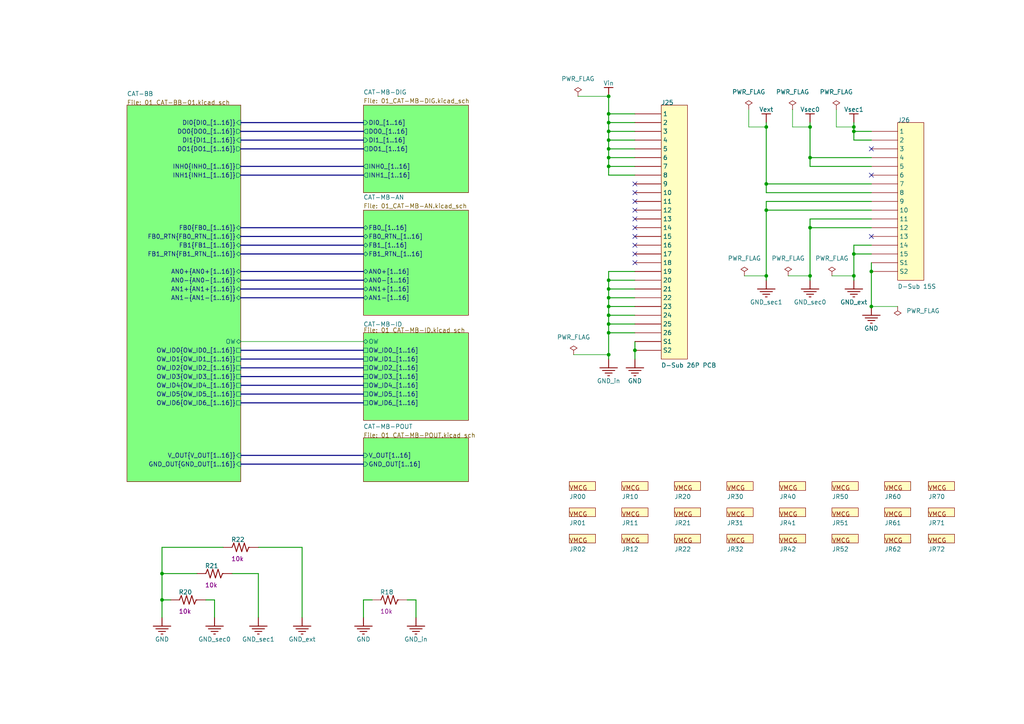
<source format=kicad_sch>
(kicad_sch (version 20211123) (generator eeschema)
  (paper "A4")
  (title_block (title "CAT-Modular Breadoard") (date "18.03.2022") (rev "1.1") (company "DLR e.V. Robert-Hooke Str. 7 28359 Bremen") (comment 1 "C. Strowik"))
  (lib_symbols
    (symbol "00_CAT-MB-altium-import:0_09 56 26 262 5812"
      (property "Value" "0_09 56 26 262 5812" (at 0 0 0))
      (symbol "0_09 56 26 262 5812_1_0"
        (rectangle (start 7.62 73.66) (end 0 0) (fill (type background)))
        (pin passive line (at -7.62 71.12 0) (length 7.62) (name "1") (number "1"))
        (pin passive line (at -7.62 48.26 0) (length 7.62) (name "10") (number "10"))
        (pin passive line (at -7.62 45.72 0) (length 7.62) (name "11") (number "11"))
        (pin passive line (at -7.62 43.18 0) (length 7.62) (name "12") (number "12"))
        (pin passive line (at -7.62 40.64 0) (length 7.62) (name "13") (number "13"))
        (pin passive line (at -7.62 38.1 0) (length 7.62) (name "14") (number "14"))
        (pin passive line (at -7.62 35.56 0) (length 7.62) (name "15") (number "15"))
        (pin passive line (at -7.62 33.02 0) (length 7.62) (name "16") (number "16"))
        (pin passive line (at -7.62 30.48 0) (length 7.62) (name "17") (number "17"))
        (pin passive line (at -7.62 27.94 0) (length 7.62) (name "18") (number "18"))
        (pin passive line (at -7.62 25.4 0) (length 7.62) (name "19") (number "19"))
        (pin passive line (at -7.62 68.58 0) (length 7.62) (name "2") (number "2"))
        (pin passive line (at -7.62 22.86 0) (length 7.62) (name "20") (number "20"))
        (pin passive line (at -7.62 20.32 0) (length 7.62) (name "21") (number "21"))
        (pin passive line (at -7.62 17.78 0) (length 7.62) (name "22") (number "22"))
        (pin passive line (at -7.62 15.24 0) (length 7.62) (name "23") (number "23"))
        (pin passive line (at -7.62 12.7 0) (length 7.62) (name "24") (number "24"))
        (pin passive line (at -7.62 10.16 0) (length 7.62) (name "25") (number "25"))
        (pin passive line (at -7.62 7.62 0) (length 7.62) (name "26") (number "26"))
        (pin passive line (at -7.62 66.04 0) (length 7.62) (name "3") (number "3"))
        (pin passive line (at -7.62 63.5 0) (length 7.62) (name "4") (number "4"))
        (pin passive line (at -7.62 60.96 0) (length 7.62) (name "5") (number "5"))
        (pin passive line (at -7.62 58.42 0) (length 7.62) (name "6") (number "6"))
        (pin passive line (at -7.62 55.88 0) (length 7.62) (name "7") (number "7"))
        (pin passive line (at -7.62 53.34 0) (length 7.62) (name "8") (number "8"))
        (pin passive line (at -7.62 50.8 0) (length 7.62) (name "9") (number "9"))
        (pin passive line (at -7.62 5.08 0) (length 7.62) (name "S1") (number "S1"))
        (pin passive line (at -7.62 2.54 0) (length 7.62) (name "S2") (number "S2"))
      )
    )
    (symbol "00_CAT-MB-altium-import:0_09 66 212 x60x"
      (property "Value" "0_09 66 212 x60x" (at 0 0 0))
      (symbol "0_09 66 212 x60x_1_0"
        (rectangle (start 7.62 45.72) (end 0 0) (fill (type background)))
        (pin passive line (at -7.62 43.18 0) (length 7.62) (name "1") (number "1"))
        (pin passive line (at -7.62 20.32 0) (length 7.62) (name "10") (number "10"))
        (pin passive line (at -7.62 17.78 0) (length 7.62) (name "11") (number "11"))
        (pin passive line (at -7.62 15.24 0) (length 7.62) (name "12") (number "12"))
        (pin passive line (at -7.62 12.7 0) (length 7.62) (name "13") (number "13"))
        (pin passive line (at -7.62 10.16 0) (length 7.62) (name "14") (number "14"))
        (pin passive line (at -7.62 7.62 0) (length 7.62) (name "15") (number "15"))
        (pin passive line (at -7.62 40.64 0) (length 7.62) (name "2") (number "2"))
        (pin passive line (at -7.62 38.1 0) (length 7.62) (name "3") (number "3"))
        (pin passive line (at -7.62 35.56 0) (length 7.62) (name "4") (number "4"))
        (pin passive line (at -7.62 33.02 0) (length 7.62) (name "5") (number "5"))
        (pin passive line (at -7.62 30.48 0) (length 7.62) (name "6") (number "6"))
        (pin passive line (at -7.62 27.94 0) (length 7.62) (name "7") (number "7"))
        (pin passive line (at -7.62 25.4 0) (length 7.62) (name "8") (number "8"))
        (pin passive line (at -7.62 22.86 0) (length 7.62) (name "9") (number "9"))
        (pin passive line (at -7.62 5.08 0) (length 7.62) (name "S1") (number "S1"))
        (pin passive line (at -7.62 2.54 0) (length 7.62) (name "S2") (number "S2"))
      )
    )
    (symbol "00_CAT-MB-altium-import:0_CRCW"
      (property "Value" "0_CRCW" (at 0 0 0))
      (symbol "0_CRCW_1_0"
        (polyline (pts (xy 7.366 0) (xy 7.62 0)) (stroke (width 0.254)))
        (polyline (pts (xy 2.54 0) (xy 3.048 1.27) (xy 3.81 -1.27) (xy 4.572 1.27) (xy 5.334 -1.27) (xy 6.096 1.27) (xy 6.858 -1.27) (xy 7.366 0)) (stroke (width 0.254)))
        (pin passive line (at 0 0 0) (length 2.54) (name "") (number "0"))
        (pin passive line (at 10.16 0 180) (length 2.54) (name "") (number "1"))
      )
    )
    (symbol "00_CAT-MB-altium-import:0_VMCG-100-MPBK-K"
      (property "Value" "0_VMCG-100-MPBK-K" (at 0 0 0))
      (symbol "0_VMCG-100-MPBK-K_1_0"
        (rectangle (start 7.62 2.54) (end 0 0) (fill (type background)))
        (text "VMCG" (at 0 0 0) (effects (font (size 1.27 1.27)) (justify left bottom)))
      )
    )
    (symbol "00_CAT-MB-altium-import:GND" (power)
      (property "Reference" "#PWR" (at 0 0 0))
      (property "Value" "GND" (at 0 6.35 0))
      (symbol "GND_0_0"
        (polyline (pts (xy -2.54 -2.54) (xy 2.54 -2.54)) (stroke (width 0.254)))
        (polyline (pts (xy -1.778 -3.302) (xy 1.778 -3.302)) (stroke (width 0.254)))
        (polyline (pts (xy -1.016 -4.064) (xy 1.016 -4.064)) (stroke (width 0.254)))
        (polyline (pts (xy -0.254 -4.826) (xy 0.254 -4.826)) (stroke (width 0.254)))
        (polyline (pts (xy 0 0) (xy 0 -2.54)) (stroke (width 0.254)))
        (pin power_in line (at 0 0 0) (length 0) hide (name "GND") (number ""))
      )
    )
    (symbol "00_CAT-MB-altium-import:GND_ext" (power)
      (property "Reference" "#PWR" (at 0 0 0))
      (property "Value" "GND_ext" (at 0 6.35 0))
      (symbol "GND_ext_0_0"
        (polyline (pts (xy -2.54 -2.54) (xy 2.54 -2.54)) (stroke (width 0.254)))
        (polyline (pts (xy -1.778 -3.302) (xy 1.778 -3.302)) (stroke (width 0.254)))
        (polyline (pts (xy -1.016 -4.064) (xy 1.016 -4.064)) (stroke (width 0.254)))
        (polyline (pts (xy -0.254 -4.826) (xy 0.254 -4.826)) (stroke (width 0.254)))
        (polyline (pts (xy 0 0) (xy 0 -2.54)) (stroke (width 0.254)))
        (pin power_in line (at 0 0 0) (length 0) hide (name "GND_ext") (number ""))
      )
    )
    (symbol "00_CAT-MB-altium-import:GND_in" (power)
      (property "Reference" "#PWR" (at 0 0 0))
      (property "Value" "GND_in" (at 0 6.35 0))
      (symbol "GND_in_0_0"
        (polyline (pts (xy -2.54 -2.54) (xy 2.54 -2.54)) (stroke (width 0.254)))
        (polyline (pts (xy -1.778 -3.302) (xy 1.778 -3.302)) (stroke (width 0.254)))
        (polyline (pts (xy -1.016 -4.064) (xy 1.016 -4.064)) (stroke (width 0.254)))
        (polyline (pts (xy -0.254 -4.826) (xy 0.254 -4.826)) (stroke (width 0.254)))
        (polyline (pts (xy 0 0) (xy 0 -2.54)) (stroke (width 0.254)))
        (pin power_in line (at 0 0 0) (length 0) hide (name "GND_in") (number ""))
      )
    )
    (symbol "00_CAT-MB-altium-import:GND_sec0" (power)
      (property "Reference" "#PWR" (at 0 0 0))
      (property "Value" "GND_sec0" (at 0 6.35 0))
      (symbol "GND_sec0_0_0"
        (polyline (pts (xy -2.54 -2.54) (xy 2.54 -2.54)) (stroke (width 0.254)))
        (polyline (pts (xy -1.778 -3.302) (xy 1.778 -3.302)) (stroke (width 0.254)))
        (polyline (pts (xy -1.016 -4.064) (xy 1.016 -4.064)) (stroke (width 0.254)))
        (polyline (pts (xy -0.254 -4.826) (xy 0.254 -4.826)) (stroke (width 0.254)))
        (polyline (pts (xy 0 0) (xy 0 -2.54)) (stroke (width 0.254)))
        (pin power_in line (at 0 0 0) (length 0) hide (name "GND_sec0") (number ""))
      )
    )
    (symbol "00_CAT-MB-altium-import:GND_sec1" (power)
      (property "Reference" "#PWR" (at 0 0 0))
      (property "Value" "GND_sec1" (at 0 6.35 0))
      (symbol "GND_sec1_0_0"
        (polyline (pts (xy -2.54 -2.54) (xy 2.54 -2.54)) (stroke (width 0.254)))
        (polyline (pts (xy -1.778 -3.302) (xy 1.778 -3.302)) (stroke (width 0.254)))
        (polyline (pts (xy -1.016 -4.064) (xy 1.016 -4.064)) (stroke (width 0.254)))
        (polyline (pts (xy -0.254 -4.826) (xy 0.254 -4.826)) (stroke (width 0.254)))
        (polyline (pts (xy 0 0) (xy 0 -2.54)) (stroke (width 0.254)))
        (pin power_in line (at 0 0 0) (length 0) hide (name "GND_sec1") (number ""))
      )
    )
    (symbol "00_CAT-MB-altium-import:Vext" (power)
      (property "Reference" "#PWR" (at 0 0 0))
      (property "Value" "Vext" (at 0 3.81 0))
      (symbol "Vext_0_0"
        (polyline (pts (xy -1.27 -2.54) (xy 1.27 -2.54)) (stroke (width 0.254)))
        (polyline (pts (xy 0 0) (xy 0 -2.54)) (stroke (width 0.254)))
        (pin power_in line (at 0 0 0) (length 0) hide (name "Vext") (number ""))
      )
    )
    (symbol "00_CAT-MB-altium-import:Vin" (power)
      (property "Reference" "#PWR" (at 0 0 0))
      (property "Value" "Vin" (at 0 3.81 0))
      (symbol "Vin_0_0"
        (polyline (pts (xy -1.27 -2.54) (xy 1.27 -2.54)) (stroke (width 0.254)))
        (polyline (pts (xy 0 0) (xy 0 -2.54)) (stroke (width 0.254)))
        (pin power_in line (at 0 0 0) (length 0) hide (name "Vin") (number ""))
      )
    )
    (symbol "00_CAT-MB-altium-import:Vsec0" (power)
      (property "Reference" "#PWR" (at 0 0 0))
      (property "Value" "Vsec0" (at 0 3.81 0))
      (symbol "Vsec0_0_0"
        (polyline (pts (xy -1.27 -2.54) (xy 1.27 -2.54)) (stroke (width 0.254)))
        (polyline (pts (xy 0 0) (xy 0 -2.54)) (stroke (width 0.254)))
        (pin power_in line (at 0 0 0) (length 0) hide (name "Vsec0") (number ""))
      )
    )
    (symbol "00_CAT-MB-altium-import:Vsec1" (power)
      (property "Reference" "#PWR" (at 0 0 0))
      (property "Value" "Vsec1" (at 0 3.81 0))
      (symbol "Vsec1_0_0"
        (polyline (pts (xy -1.27 -2.54) (xy 1.27 -2.54)) (stroke (width 0.254)))
        (polyline (pts (xy 0 0) (xy 0 -2.54)) (stroke (width 0.254)))
        (pin power_in line (at 0 0 0) (length 0) hide (name "Vsec1") (number ""))
      )
    )
    (symbol "power:PWR_FLAG" (power) (pin_numbers hide) (pin_names (offset 0) hide)
      (property "Value" "PWR_FLAG" (at 0 3.81 0))
      (symbol "PWR_FLAG_0_0"
        (pin power_out line (at 0 0 90) (length 0) (name "pwr") (number "1"))
      )
      (symbol "PWR_FLAG_0_1"
        (polyline (pts (xy 0 0) (xy 0 1.27) (xy -1.016 1.905) (xy 0 2.54) (xy 1.016 1.905) (xy 0 1.27)))
      )
    )
  )
  (junction (at 176.53 35.56))
  (junction (at 234.95 66.04))
  (junction (at 222.25 36.83))
  (junction (at 176.53 88.9))
  (junction (at 247.65 80.01))
  (junction (at 176.53 27.94))
  (junction (at 222.25 60.96))
  (junction (at 247.65 36.83))
  (junction (at 176.53 81.28))
  (junction (at 252.73 78.74))
  (junction (at 176.53 38.1))
  (junction (at 247.65 38.1))
  (junction (at 176.53 33.02))
  (junction (at 176.53 83.82))
  (junction (at 46.99 173.99))
  (junction (at 176.53 102.87))
  (junction (at 176.53 40.64))
  (junction (at 234.95 45.72))
  (junction (at 234.95 36.83))
  (junction (at 184.15 101.6))
  (junction (at 176.53 45.72))
  (junction (at 247.65 73.66))
  (junction (at 176.53 86.36))
  (junction (at 176.53 96.52))
  (junction (at 222.25 53.34))
  (junction (at 252.73 88.9))
  (junction (at 176.53 48.26))
  (junction (at 46.99 166.37))
  (junction (at 176.53 91.44))
  (junction (at 222.25 80.01))
  (junction (at 234.95 80.01))
  (junction (at 176.53 93.98))
  (junction (at 176.53 43.18))
  (no_connect (at 252.73 43.18))
  (no_connect (at 184.15 63.5))
  (no_connect (at 252.73 68.58))
  (no_connect (at 184.15 55.88))
  (no_connect (at 184.15 71.12))
  (no_connect (at 184.15 58.42))
  (no_connect (at 184.15 68.58))
  (no_connect (at 184.15 76.2))
  (no_connect (at 184.15 60.96))
  (no_connect (at 184.15 53.34))
  (no_connect (at 184.15 73.66))
  (no_connect (at 184.15 66.04))
  (no_connect (at 252.73 50.8))
  (wire (pts (xy 184.15 45.72) (xy 176.53 45.72)) (stroke (width 0.254)))
  (wire (pts (xy 62.23 173.99) (xy 62.23 179.07)) (stroke (width 0.254)))
  (wire (pts (xy 46.99 166.37) (xy 57.15 166.37)) (stroke (width 0.254)))
  (bus (pts (xy 69.85 40.64) (xy 105.41 40.64)))
  (bus (pts (xy 69.85 116.84) (xy 105.41 116.84)))
  (wire (pts (xy 118.11 173.99) (xy 120.65 173.99)) (stroke (width 0.254)))
  (wire (pts (xy 176.53 96.52) (xy 176.53 102.87)) (stroke (width 0.254)))
  (wire (pts (xy 176.53 45.72) (xy 176.53 48.26)) (stroke (width 0.254)))
  (wire (pts (xy 252.73 40.64) (xy 247.65 40.64)) (stroke (width 0.254)))
  (wire (pts (xy 234.95 36.83) (xy 234.95 35.56)) (stroke (width 0.254)))
  (wire (pts (xy 247.65 80.01) (xy 247.65 81.28)) (stroke (width 0.254)))
  (bus (pts (xy 69.85 43.18) (xy 105.41 43.18)))
  (wire (pts (xy 176.53 33.02) (xy 176.53 27.94)) (stroke (width 0.254)))
  (wire (pts (xy 176.53 81.28) (xy 176.53 78.74)) (stroke (width 0.254)))
  (bus (pts (xy 69.85 35.56) (xy 105.41 35.56)))
  (bus (pts (xy 69.85 104.14) (xy 105.41 104.14)))
  (wire (pts (xy 252.73 88.9) (xy 252.73 78.74)) (stroke (width 0.254)))
  (wire (pts (xy 234.95 66.04) (xy 234.95 80.01)) (stroke (width 0.254)))
  (bus (pts (xy 69.85 111.76) (xy 105.41 111.76)))
  (wire (pts (xy 105.41 173.99) (xy 105.41 179.07)) (stroke (width 0.254)))
  (bus (pts (xy 69.85 86.36) (xy 105.41 86.36)))
  (wire (pts (xy 184.15 83.82) (xy 176.53 83.82)) (stroke (width 0.254)))
  (wire (pts (xy 176.53 35.56) (xy 176.53 38.1)) (stroke (width 0.254)))
  (wire (pts (xy 252.73 53.34) (xy 222.25 53.34)) (stroke (width 0.254)))
  (bus (pts (xy 69.85 71.12) (xy 105.41 71.12)))
  (bus (pts (xy 69.85 48.26) (xy 105.41 48.26)))
  (wire (pts (xy 247.65 38.1) (xy 247.65 36.83)) (stroke (width 0.254)))
  (wire (pts (xy 184.15 93.98) (xy 176.53 93.98)) (stroke (width 0.254)))
  (wire (pts (xy 166.37 102.87) (xy 176.53 102.87)))
  (bus (pts (xy 69.85 83.82) (xy 105.41 83.82)))
  (wire (pts (xy 252.73 73.66) (xy 247.65 73.66)) (stroke (width 0.254)))
  (wire (pts (xy 222.25 55.88) (xy 222.25 53.34)) (stroke (width 0.254)))
  (wire (pts (xy 184.15 40.64) (xy 176.53 40.64)) (stroke (width 0.254)))
  (wire (pts (xy 176.53 93.98) (xy 176.53 91.44)) (stroke (width 0.254)))
  (wire (pts (xy 46.99 179.07) (xy 46.99 173.99)) (stroke (width 0.254)))
  (wire (pts (xy 184.15 91.44) (xy 176.53 91.44)) (stroke (width 0.254)))
  (wire (pts (xy 74.93 158.75) (xy 87.63 158.75)) (stroke (width 0.254)))
  (wire (pts (xy 252.73 71.12) (xy 247.65 71.12)) (stroke (width 0.254)))
  (wire (pts (xy 222.25 36.83) (xy 217.17 36.83)))
  (wire (pts (xy 46.99 158.75) (xy 64.77 158.75)) (stroke (width 0.254)))
  (wire (pts (xy 252.73 78.74) (xy 252.73 76.2)) (stroke (width 0.254)))
  (bus (pts (xy 69.85 81.28) (xy 105.41 81.28)))
  (wire (pts (xy 247.65 36.83) (xy 247.65 35.56)) (stroke (width 0.254)))
  (wire (pts (xy 234.95 48.26) (xy 252.73 48.26)) (stroke (width 0.254)))
  (wire (pts (xy 222.25 60.96) (xy 222.25 80.01)) (stroke (width 0.254)))
  (wire (pts (xy 222.25 58.42) (xy 222.25 60.96)) (stroke (width 0.254)))
  (wire (pts (xy 67.31 166.37) (xy 74.93 166.37)) (stroke (width 0.254)))
  (wire (pts (xy 74.93 166.37) (xy 74.93 179.07)) (stroke (width 0.254)))
  (wire (pts (xy 120.65 173.99) (xy 120.65 179.07)) (stroke (width 0.254)))
  (wire (pts (xy 252.73 55.88) (xy 222.25 55.88)) (stroke (width 0.254)))
  (wire (pts (xy 184.15 96.52) (xy 176.53 96.52)) (stroke (width 0.254)))
  (wire (pts (xy 222.25 80.01) (xy 222.25 81.28)) (stroke (width 0.254)))
  (wire (pts (xy 176.53 102.87) (xy 176.53 104.14)) (stroke (width 0.254)))
  (wire (pts (xy 234.95 45.72) (xy 234.95 48.26)) (stroke (width 0.254)))
  (bus (pts (xy 69.85 38.1) (xy 105.41 38.1)))
  (bus (pts (xy 69.85 134.62) (xy 105.41 134.62)))
  (wire (pts (xy 176.53 50.8) (xy 184.15 50.8)) (stroke (width 0.254)))
  (wire (pts (xy 215.9 80.01) (xy 222.25 80.01)))
  (wire (pts (xy 46.99 173.99) (xy 46.99 166.37)) (stroke (width 0.254)))
  (wire (pts (xy 184.15 86.36) (xy 176.53 86.36)) (stroke (width 0.254)))
  (wire (pts (xy 184.15 88.9) (xy 176.53 88.9)) (stroke (width 0.254)))
  (wire (pts (xy 69.85 99.06) (xy 105.41 99.06)))
  (bus (pts (xy 69.85 78.74) (xy 105.41 78.74)))
  (wire (pts (xy 176.53 86.36) (xy 176.53 83.82)) (stroke (width 0.254)))
  (wire (pts (xy 184.15 101.6) (xy 184.15 104.14)) (stroke (width 0.254)))
  (wire (pts (xy 252.73 88.9) (xy 260.35 88.9)))
  (wire (pts (xy 247.65 36.83) (xy 242.57 36.83)))
  (wire (pts (xy 184.15 99.06) (xy 184.15 101.6)) (stroke (width 0.254)))
  (bus (pts (xy 69.85 101.6) (xy 105.41 101.6)))
  (wire (pts (xy 46.99 166.37) (xy 46.99 158.75)) (stroke (width 0.254)))
  (wire (pts (xy 217.17 31.75) (xy 217.17 36.83)))
  (wire (pts (xy 234.95 45.72) (xy 234.95 36.83)) (stroke (width 0.254)))
  (wire (pts (xy 229.87 31.75) (xy 229.87 36.83)))
  (wire (pts (xy 252.73 45.72) (xy 234.95 45.72)) (stroke (width 0.254)))
  (wire (pts (xy 247.65 40.64) (xy 247.65 38.1)) (stroke (width 0.254)))
  (wire (pts (xy 184.15 35.56) (xy 176.53 35.56)) (stroke (width 0.254)))
  (wire (pts (xy 176.53 88.9) (xy 176.53 86.36)) (stroke (width 0.254)))
  (wire (pts (xy 46.99 173.99) (xy 49.53 173.99)) (stroke (width 0.254)))
  (wire (pts (xy 222.25 36.83) (xy 222.25 35.56)) (stroke (width 0.254)))
  (wire (pts (xy 176.53 83.82) (xy 176.53 81.28)) (stroke (width 0.254)))
  (wire (pts (xy 241.3 80.01) (xy 247.65 80.01)))
  (wire (pts (xy 87.63 158.75) (xy 87.63 179.07)) (stroke (width 0.254)))
  (wire (pts (xy 234.95 80.01) (xy 234.95 81.28)) (stroke (width 0.254)))
  (wire (pts (xy 184.15 38.1) (xy 176.53 38.1)) (stroke (width 0.254)))
  (bus (pts (xy 69.85 73.66) (xy 105.41 73.66)))
  (bus (pts (xy 69.85 66.04) (xy 105.41 66.04)))
  (wire (pts (xy 252.73 63.5) (xy 234.95 63.5)) (stroke (width 0.254)))
  (wire (pts (xy 176.53 78.74) (xy 184.15 78.74)) (stroke (width 0.254)))
  (wire (pts (xy 176.53 33.02) (xy 176.53 35.56)) (stroke (width 0.254)))
  (wire (pts (xy 184.15 33.02) (xy 176.53 33.02)) (stroke (width 0.254)))
  (wire (pts (xy 184.15 48.26) (xy 176.53 48.26)) (stroke (width 0.254)))
  (wire (pts (xy 242.57 31.75) (xy 242.57 36.83)))
  (bus (pts (xy 69.85 109.22) (xy 105.41 109.22)))
  (bus (pts (xy 69.85 106.68) (xy 105.41 106.68)))
  (wire (pts (xy 184.15 81.28) (xy 176.53 81.28)) (stroke (width 0.254)))
  (wire (pts (xy 234.95 66.04) (xy 252.73 66.04)) (stroke (width 0.254)))
  (wire (pts (xy 176.53 91.44) (xy 176.53 88.9)) (stroke (width 0.254)))
  (wire (pts (xy 176.53 27.94) (xy 167.64 27.94)))
  (wire (pts (xy 176.53 40.64) (xy 176.53 43.18)) (stroke (width 0.254)))
  (wire (pts (xy 252.73 38.1) (xy 247.65 38.1)) (stroke (width 0.254)))
  (wire (pts (xy 176.53 38.1) (xy 176.53 40.64)) (stroke (width 0.254)))
  (wire (pts (xy 247.65 73.66) (xy 247.65 80.01)) (stroke (width 0.254)))
  (wire (pts (xy 176.53 43.18) (xy 176.53 45.72)) (stroke (width 0.254)))
  (wire (pts (xy 176.53 48.26) (xy 176.53 50.8)) (stroke (width 0.254)))
  (wire (pts (xy 176.53 96.52) (xy 176.53 93.98)) (stroke (width 0.254)))
  (bus (pts (xy 69.85 68.58) (xy 105.41 68.58)))
  (wire (pts (xy 107.95 173.99) (xy 105.41 173.99)) (stroke (width 0.254)))
  (wire (pts (xy 228.6 80.01) (xy 234.95 80.01)))
  (bus (pts (xy 69.85 114.3) (xy 105.41 114.3)))
  (bus (pts (xy 69.85 50.8) (xy 105.41 50.8)))
  (wire (pts (xy 222.25 53.34) (xy 222.25 36.83)) (stroke (width 0.254)))
  (wire (pts (xy 252.73 58.42) (xy 222.25 58.42)) (stroke (width 0.254)))
  (wire (pts (xy 59.69 173.99) (xy 62.23 173.99)) (stroke (width 0.254)))
  (wire (pts (xy 184.15 43.18) (xy 176.53 43.18)) (stroke (width 0.254)))
  (wire (pts (xy 247.65 71.12) (xy 247.65 73.66)) (stroke (width 0.254)))
  (wire (pts (xy 234.95 63.5) (xy 234.95 66.04)) (stroke (width 0.254)))
  (wire (pts (xy 234.95 36.83) (xy 229.87 36.83)))
  (bus (pts (xy 69.85 132.08) (xy 105.41 132.08)))
  (wire (pts (xy 252.73 60.96) (xy 222.25 60.96)) (stroke (width 0.254)))
  (symbol (lib_id "00_CAT-MB-altium-import:0_VMCG-100-MPBK-K") (at 165.1 157.48 0) (unit 1)
    (property "Reference" "JR02" (at 165.1 160.02 0) (effects (justify left bottom)))
    (property "Value" "VMCG" (effects hide))
    (property "Footprint" "footprints:VMCG-100-MPBK-K" (effects hide))
  )
  (symbol (lib_id "power:PWR_FLAG") (at 228.6 80.01 0) (unit 1)
    (property "Reference" "#FLG0107" (effects hide))
    (property "Value" "PWR_FLAG" (at 228.6 74.93 0))
  )
  (symbol (lib_id "00_CAT-MB-altium-import:0_09 56 26 262 5812") (at 191.77 104.14 0) (unit 1)
    (property "Reference" "J25" (at 191.77 30.48 0) (effects (justify left bottom)))
    (property "Value" "D-Sub 26P PCB" (at 191.77 106.68 0) (effects (justify left bottom)))
    (property "Footprint" "footprints:DSUB-26-Male" (effects hide))
  )
  (symbol (lib_id "00_CAT-MB-altium-import:GND_sec1") (at 74.93 179.07 0) (unit 1)
    (property "Reference" "#PWR0105" (effects hide))
    (property "Value" "GND_sec1" (at 74.93 185.42 0))
  )
  (symbol (lib_id "00_CAT-MB-altium-import:0_VMCG-100-MPBK-K") (at 165.1 142.24 0) (unit 1)
    (property "Reference" "JR00" (at 165.1 144.78 0) (effects (justify left bottom)))
    (property "Value" "VMCG" (effects hide))
    (property "Footprint" "footprints:VMCG-100-MPBK-K" (effects hide))
  )
  (symbol (lib_id "power:PWR_FLAG") (at 215.9 80.01 0) (unit 1)
    (property "Reference" "#FLG0106" (effects hide))
    (property "Value" "PWR_FLAG" (at 215.9 74.93 0))
  )
  (symbol (lib_id "00_CAT-MB-altium-import:Vext") (at 222.25 35.56 180) (unit 1)
    (property "Reference" "#PWR0109" (effects hide))
    (property "Value" "Vext" (at 222.25 31.75 0))
  )
  (symbol (lib_id "00_CAT-MB-altium-import:0_VMCG-100-MPBK-K") (at 210.82 142.24 0) (unit 1)
    (property "Reference" "JR30" (at 210.82 144.78 0) (effects (justify left bottom)))
    (property "Value" "VMCG" (effects hide))
    (property "Footprint" "footprints:VMCG-100-MPBK-K" (effects hide))
  )
  (symbol (lib_id "00_CAT-MB-altium-import:0_VMCG-100-MPBK-K") (at 256.54 142.24 0) (unit 1)
    (property "Reference" "JR60" (at 256.54 144.78 0) (effects (justify left bottom)))
    (property "Value" "VMCG" (effects hide))
    (property "Footprint" "footprints:VMCG-100-MPBK-K" (effects hide))
  )
  (symbol (lib_id "power:PWR_FLAG") (at 166.37 102.87 0) (unit 1)
    (property "Reference" "#FLG0103" (effects hide))
    (property "Value" "PWR_FLAG" (at 166.37 97.79 0))
  )
  (symbol (lib_id "00_CAT-MB-altium-import:0_VMCG-100-MPBK-K") (at 241.3 142.24 0) (unit 1)
    (property "Reference" "JR50" (at 241.3 144.78 0) (effects (justify left bottom)))
    (property "Value" "VMCG" (effects hide))
    (property "Footprint" "footprints:VMCG-100-MPBK-K" (effects hide))
  )
  (symbol (lib_id "00_CAT-MB-altium-import:0_VMCG-100-MPBK-K") (at 180.34 157.48 0) (unit 1)
    (property "Reference" "JR12" (at 180.34 160.02 0) (effects (justify left bottom)))
    (property "Value" "VMCG" (effects hide))
    (property "Footprint" "footprints:VMCG-100-MPBK-K" (effects hide))
  )
  (symbol (lib_id "00_CAT-MB-altium-import:0_VMCG-100-MPBK-K") (at 210.82 157.48 0) (unit 1)
    (property "Reference" "JR32" (at 210.82 160.02 0) (effects (justify left bottom)))
    (property "Value" "VMCG" (effects hide))
    (property "Footprint" "footprints:VMCG-100-MPBK-K" (effects hide))
  )
  (symbol (lib_id "power:PWR_FLAG") (at 229.87 31.75 0) (unit 1)
    (property "Reference" "#FLG0104" (effects hide))
    (property "Value" "PWR_FLAG" (at 229.87 26.67 0))
  )
  (symbol (lib_id "00_CAT-MB-altium-import:0_VMCG-100-MPBK-K") (at 165.1 149.86 0) (unit 1)
    (property "Reference" "JR01" (at 165.1 152.4 0) (effects (justify left bottom)))
    (property "Value" "VMCG" (effects hide))
    (property "Footprint" "footprints:VMCG-100-MPBK-K" (effects hide))
  )
  (symbol (lib_id "00_CAT-MB-altium-import:0_VMCG-100-MPBK-K") (at 241.3 149.86 0) (unit 1)
    (property "Reference" "JR51" (at 241.3 152.4 0) (effects (justify left bottom)))
    (property "Value" "VMCG" (effects hide))
    (property "Footprint" "footprints:VMCG-100-MPBK-K" (effects hide))
  )
  (symbol (lib_id "power:PWR_FLAG") (at 217.17 31.75 0) (unit 1)
    (property "Reference" "#FLG0110" (effects hide))
    (property "Value" "PWR_FLAG" (at 217.17 26.67 0))
  )
  (symbol (lib_id "00_CAT-MB-altium-import:0_CRCW") (at 49.53 173.99 0) (unit 1)
    (property "Reference" "R20" (at 51.816 172.466 0) (effects (justify left bottom)))
    (property "Value" "CRCW" (effects hide))
    (property "Footprint" "Resistor_SMD:R_0603_1608Metric" (effects hide))
    (property "ALTIUM_VALUE" "10k" (at 51.816 178.054 0) (effects (justify left bottom)))
  )
  (symbol (lib_id "00_CAT-MB-altium-import:0_VMCG-100-MPBK-K") (at 241.3 157.48 0) (unit 1)
    (property "Reference" "JR52" (at 241.3 160.02 0) (effects (justify left bottom)))
    (property "Value" "VMCG" (effects hide))
    (property "Footprint" "footprints:VMCG-100-MPBK-K" (effects hide))
  )
  (symbol (lib_id "00_CAT-MB-altium-import:0_CRCW") (at 57.15 166.37 0) (unit 1)
    (property "Reference" "R21" (at 59.436 164.846 0) (effects (justify left bottom)))
    (property "Value" "CRCW" (effects hide))
    (property "Footprint" "Resistor_SMD:R_0603_1608Metric" (effects hide))
    (property "ALTIUM_VALUE" "10k" (at 59.436 170.434 0) (effects (justify left bottom)))
  )
  (symbol (lib_id "00_CAT-MB-altium-import:GND_ext") (at 87.63 179.07 0) (unit 1)
    (property "Reference" "#PWR0106" (effects hide))
    (property "Value" "GND_ext" (at 87.63 185.42 0))
  )
  (symbol (lib_id "00_CAT-MB-altium-import:GND") (at 46.99 179.07 0) (unit 1)
    (property "Reference" "#PWR0101" (effects hide))
    (property "Value" "GND" (at 46.99 185.42 0))
  )
  (symbol (lib_id "00_CAT-MB-altium-import:0_VMCG-100-MPBK-K") (at 195.58 157.48 0) (unit 1)
    (property "Reference" "JR22" (at 195.58 160.02 0) (effects (justify left bottom)))
    (property "Value" "VMCG" (effects hide))
    (property "Footprint" "footprints:VMCG-100-MPBK-K" (effects hide))
  )
  (symbol (lib_id "00_CAT-MB-altium-import:0_VMCG-100-MPBK-K") (at 269.24 157.48 0) (unit 1)
    (property "Reference" "JR72" (at 269.24 160.02 0) (effects (justify left bottom)))
    (property "Value" "VMCG" (effects hide))
    (property "Footprint" "footprints:VMCG-100-MPBK-K" (effects hide))
  )
  (symbol (lib_id "00_CAT-MB-altium-import:GND") (at 105.41 179.07 0) (unit 1)
    (property "Reference" "#PWR0104" (effects hide))
    (property "Value" "GND" (at 105.41 185.42 0))
  )
  (symbol (lib_id "00_CAT-MB-altium-import:0_CRCW") (at 64.77 158.75 0) (unit 1)
    (property "Reference" "R22" (at 67.056 157.226 0) (effects (justify left bottom)))
    (property "Value" "CRCW" (effects hide))
    (property "Footprint" "Resistor_SMD:R_0603_1608Metric" (effects hide))
    (property "ALTIUM_VALUE" "10k" (at 67.056 162.814 0) (effects (justify left bottom)))
  )
  (symbol (lib_id "power:PWR_FLAG") (at 167.64 27.94 0) (unit 1)
    (property "Reference" "#FLG0102" (effects hide))
    (property "Value" "PWR_FLAG" (at 167.64 22.86 0))
  )
  (symbol (lib_id "00_CAT-MB-altium-import:GND_sec0") (at 234.95 81.28 0) (unit 1)
    (property "Reference" "#PWR0116" (effects hide))
    (property "Value" "GND_sec0" (at 234.95 87.63 0))
  )
  (symbol (lib_id "00_CAT-MB-altium-import:GND_in") (at 120.65 179.07 0) (unit 1)
    (property "Reference" "#PWR0103" (effects hide))
    (property "Value" "GND_in" (at 120.65 185.42 0))
  )
  (symbol (lib_id "00_CAT-MB-altium-import:0_VMCG-100-MPBK-K") (at 226.06 142.24 0) (unit 1)
    (property "Reference" "JR40" (at 226.06 144.78 0) (effects (justify left bottom)))
    (property "Value" "VMCG" (effects hide))
    (property "Footprint" "footprints:VMCG-100-MPBK-K" (effects hide))
  )
  (symbol (lib_id "00_CAT-MB-altium-import:0_VMCG-100-MPBK-K") (at 226.06 157.48 0) (unit 1)
    (property "Reference" "JR42" (at 226.06 160.02 0) (effects (justify left bottom)))
    (property "Value" "VMCG" (effects hide))
    (property "Footprint" "footprints:VMCG-100-MPBK-K" (effects hide))
  )
  (symbol (lib_id "00_CAT-MB-altium-import:Vsec0") (at 234.95 35.56 180) (unit 1)
    (property "Reference" "#PWR0111" (effects hide))
    (property "Value" "Vsec0" (at 234.95 31.75 0))
  )
  (symbol (lib_id "power:PWR_FLAG") (at 260.35 88.9 180) (unit 1)
    (property "Reference" "#FLG0105" (effects hide))
    (property "Value" "PWR_FLAG" (at 262.89 90.1699 0) (effects (justify right)))
  )
  (symbol (lib_id "00_CAT-MB-altium-import:0_09 66 212 x60x") (at 260.35 81.28 0) (unit 1)
    (property "Reference" "J26" (at 260.35 35.56 0) (effects (justify left bottom)))
    (property "Value" "D-Sub 15S" (at 260.35 83.82 0) (effects (justify left bottom)))
    (property "Footprint" "footprints:DSUB-15-Female" (effects hide))
  )
  (symbol (lib_id "00_CAT-MB-altium-import:GND_sec0") (at 62.23 179.07 0) (unit 1)
    (property "Reference" "#PWR0102" (effects hide))
    (property "Value" "GND_sec0" (at 62.23 185.42 0))
  )
  (symbol (lib_id "power:PWR_FLAG") (at 242.57 31.75 0) (unit 1)
    (property "Reference" "#FLG0101" (effects hide))
    (property "Value" "PWR_FLAG" (at 242.57 26.67 0))
  )
  (symbol (lib_id "00_CAT-MB-altium-import:0_VMCG-100-MPBK-K") (at 210.82 149.86 0) (unit 1)
    (property "Reference" "JR31" (at 210.82 152.4 0) (effects (justify left bottom)))
    (property "Value" "VMCG" (effects hide))
    (property "Footprint" "footprints:VMCG-100-MPBK-K" (effects hide))
  )
  (symbol (lib_id "00_CAT-MB-altium-import:GND_in") (at 176.53 104.14 0) (unit 1)
    (property "Reference" "#PWR0108" (effects hide))
    (property "Value" "GND_in" (at 176.53 110.49 0))
  )
  (symbol (lib_id "00_CAT-MB-altium-import:0_VMCG-100-MPBK-K") (at 269.24 142.24 0) (unit 1)
    (property "Reference" "JR70" (at 269.24 144.78 0) (effects (justify left bottom)))
    (property "Value" "VMCG" (effects hide))
    (property "Footprint" "footprints:VMCG-100-MPBK-K" (effects hide))
  )
  (symbol (lib_id "00_CAT-MB-altium-import:GND") (at 252.73 88.9 0) (unit 1)
    (property "Reference" "#PWR0114" (effects hide))
    (property "Value" "GND" (at 252.73 95.25 0))
  )
  (symbol (lib_id "00_CAT-MB-altium-import:0_VMCG-100-MPBK-K") (at 269.24 149.86 0) (unit 1)
    (property "Reference" "JR71" (at 269.24 152.4 0) (effects (justify left bottom)))
    (property "Value" "VMCG" (effects hide))
    (property "Footprint" "footprints:VMCG-100-MPBK-K" (effects hide))
  )
  (symbol (lib_id "00_CAT-MB-altium-import:0_VMCG-100-MPBK-K") (at 256.54 157.48 0) (unit 1)
    (property "Reference" "JR62" (at 256.54 160.02 0) (effects (justify left bottom)))
    (property "Value" "VMCG" (effects hide))
    (property "Footprint" "footprints:VMCG-100-MPBK-K" (effects hide))
  )
  (symbol (lib_id "power:PWR_FLAG") (at 241.3 80.01 0) (unit 1)
    (property "Reference" "#FLG0109" (effects hide))
    (property "Value" "PWR_FLAG" (at 241.3 74.93 0))
  )
  (symbol (lib_id "00_CAT-MB-altium-import:0_VMCG-100-MPBK-K") (at 256.54 149.86 0) (unit 1)
    (property "Reference" "JR61" (at 256.54 152.4 0) (effects (justify left bottom)))
    (property "Value" "VMCG" (effects hide))
    (property "Footprint" "footprints:VMCG-100-MPBK-K" (effects hide))
  )
  (symbol (lib_id "00_CAT-MB-altium-import:0_VMCG-100-MPBK-K") (at 195.58 149.86 0) (unit 1)
    (property "Reference" "JR21" (at 195.58 152.4 0) (effects (justify left bottom)))
    (property "Value" "VMCG" (effects hide))
    (property "Footprint" "footprints:VMCG-100-MPBK-K" (effects hide))
  )
  (symbol (lib_id "00_CAT-MB-altium-import:0_VMCG-100-MPBK-K") (at 226.06 149.86 0) (unit 1)
    (property "Reference" "JR41" (at 226.06 152.4 0) (effects (justify left bottom)))
    (property "Value" "VMCG" (effects hide))
    (property "Footprint" "footprints:VMCG-100-MPBK-K" (effects hide))
  )
  (symbol (lib_id "00_CAT-MB-altium-import:GND_sec1") (at 222.25 81.28 0) (unit 1)
    (property "Reference" "#PWR0115" (effects hide))
    (property "Value" "GND_sec1" (at 222.25 87.63 0))
  )
  (symbol (lib_id "00_CAT-MB-altium-import:0_VMCG-100-MPBK-K") (at 195.58 142.24 0) (unit 1)
    (property "Reference" "JR20" (at 195.58 144.78 0) (effects (justify left bottom)))
    (property "Value" "VMCG" (effects hide))
    (property "Footprint" "footprints:VMCG-100-MPBK-K" (effects hide))
  )
  (symbol (lib_id "00_CAT-MB-altium-import:0_VMCG-100-MPBK-K") (at 180.34 142.24 0) (unit 1)
    (property "Reference" "JR10" (at 180.34 144.78 0) (effects (justify left bottom)))
    (property "Value" "VMCG" (effects hide))
    (property "Footprint" "footprints:VMCG-100-MPBK-K" (effects hide))
  )
  (symbol (lib_id "00_CAT-MB-altium-import:GND") (at 184.15 104.14 0) (unit 1)
    (property "Reference" "#PWR0107" (effects hide))
    (property "Value" "GND" (at 184.15 110.49 0))
  )
  (symbol (lib_id "00_CAT-MB-altium-import:0_VMCG-100-MPBK-K") (at 180.34 149.86 0) (unit 1)
    (property "Reference" "JR11" (at 180.34 152.4 0) (effects (justify left bottom)))
    (property "Value" "VMCG" (effects hide))
    (property "Footprint" "footprints:VMCG-100-MPBK-K" (effects hide))
  )
  (symbol (lib_id "00_CAT-MB-altium-import:GND_ext") (at 247.65 81.28 0) (unit 1)
    (property "Reference" "#PWR0113" (effects hide))
    (property "Value" "GND_ext" (at 247.65 87.63 0))
  )
  (symbol (lib_id "00_CAT-MB-altium-import:0_CRCW") (at 107.95 173.99 0) (unit 1)
    (property "Reference" "R18" (at 110.236 172.466 0) (effects (justify left bottom)))
    (property "Value" "CRCW" (effects hide))
    (property "Footprint" "Resistor_SMD:R_0603_1608Metric" (effects hide))
    (property "ALTIUM_VALUE" "10k" (at 110.236 178.054 0) (effects (justify left bottom)))
  )
  (symbol (lib_id "00_CAT-MB-altium-import:Vin") (at 176.53 27.94 180) (unit 1)
    (property "Reference" "#PWR0112" (effects hide))
    (property "Value" "Vin" (at 176.53 24.13 0))
  )
  (symbol (lib_id "00_CAT-MB-altium-import:Vsec1") (at 247.65 35.56 180) (unit 1)
    (property "Reference" "#PWR0110" (effects hide))
    (property "Value" "Vsec1" (at 247.65 31.75 0))
  )
  (sheet (at 105.41 30.48) (size 30.48 25.4) (stroke (width 0) (color 128 0 0 1)) (fill (color 128 255 128 1.0000))
    (property "Sheet name" "CAT-MB-DIG" (at 105.41 27.4828 0) (effects (justify left bottom)))
    (property "Sheet file" "01_CAT-MB-DIG.kicad_sch" (at 105.41 30.0228 0) (effects (justify left bottom)))
    (pin "DO1_[1..16]" output (at 105.41 43.18 180))
    (pin "DI0_[1..16]" input (at 105.41 35.56 180))
    (pin "INH1_[1..16]" output (at 105.41 50.8 180))
    (pin "DI1_[1..16]" input (at 105.41 40.64 180))
    (pin "INH0_[1..16]" output (at 105.41 48.26 180))
    (pin "DO0_[1..16]" output (at 105.41 38.1 180))
  )
  (sheet (at 105.41 127) (size 30.48 12.7) (stroke (width 0) (color 128 0 0 1)) (fill (color 128 255 128 1.0000))
    (property "Sheet name" "CAT-MB-POUT" (at 105.41 124.46 0) (effects (justify left bottom)))
    (property "Sheet file" "01_CAT-MB-POUT.kicad_sch" (at 105.41 127 0) (effects (justify left bottom)))
    (pin "V_OUT[1..16]" input (at 105.41 132.08 180))
    (pin "GND_OUT[1..16]" input (at 105.41 134.62 180))
  )
  (sheet (at 36.83 30.48) (size 33.02 109.22) (stroke (width 0) (color 128 0 0 1)) (fill (color 128 255 128 1.0000))
    (property "Sheet name" "CAT-BB" (at 36.83 27.94 0) (effects (justify left bottom)))
    (property "Sheet file" "01_CAT-BB-01.kicad_sch" (at 36.83 30.48 0) (effects (justify left bottom)))
    (pin "DI0{DI0_[1..16]}" input (at 69.85 35.56 0))
    (pin "DO0{DO0_[1..16]}" output (at 69.85 38.1 0))
    (pin "DI1{DI1_[1..16]}" input (at 69.85 40.64 0))
    (pin "DO1{DO1_[1..16]}" output (at 69.85 43.18 0))
    (pin "INH0{INH0_[1..16]}" output (at 69.85 48.26 0))
    (pin "INH1{INH1_[1..16]}" output (at 69.85 50.8 0))
    (pin "FB0{FB0_[1..16]}" bidirectional (at 69.85 66.04 0))
    (pin "FB0_RTN{FB0_RTN_[1..16]}" bidirectional (at 69.85 68.58 0))
    (pin "FB1{FB1_[1..16]}" bidirectional (at 69.85 71.12 0))
    (pin "FB1_RTN{FB1_RTN_[1..16]}" bidirectional (at 69.85 73.66 0))
    (pin "AN0+{AN0+[1..16]}" bidirectional (at 69.85 78.74 0))
    (pin "AN0-{AN0-[1..16]}" bidirectional (at 69.85 81.28 0))
    (pin "AN1+{AN1+[1..16]}" bidirectional (at 69.85 83.82 0))
    (pin "AN1-{AN1-[1..16]}" bidirectional (at 69.85 86.36 0))
    (pin "OW_ID1{OW_ID1_[1..16]}" passive (at 69.85 104.14 0))
    (pin "OW_ID2{OW_ID2_[1..16]}" passive (at 69.85 106.68 0))
    (pin "OW_ID0{OW_ID0_[1..16]}" passive (at 69.85 101.6 0))
    (pin "OW_ID3{OW_ID3_[1..16]}" passive (at 69.85 109.22 0))
    (pin "OW_ID4{OW_ID4_[1..16]}" passive (at 69.85 111.76 0))
    (pin "V_OUT{V_OUT[1..16]}" input (at 69.85 132.08 0))
    (pin "OW_ID6{OW_ID6_[1..16]}" passive (at 69.85 116.84 0))
    (pin "OW_ID5{OW_ID5_[1..16]}" passive (at 69.85 114.3 0))
    (pin "GND_OUT{GND_OUT[1..16]}" input (at 69.85 134.62 0))
    (pin "OW" bidirectional (at 69.85 99.06 0))
  )
  (sheet (at 105.41 96.52) (size 30.48 25.4) (stroke (width 0) (color 128 0 0 1)) (fill (color 128 255 128 1.0000))
    (property "Sheet name" "CAT-MB-ID" (at 105.41 94.7928 0) (effects (justify left bottom)))
    (property "Sheet file" "01_CAT-MB-ID.kicad_sch" (at 105.41 96.52 0) (effects (justify left bottom)))
    (pin "OW_ID6_[1..16]" passive (at 105.41 116.84 180))
    (pin "OW_ID3_[1..16]" passive (at 105.41 109.22 180))
    (pin "OW_ID5_[1..16]" passive (at 105.41 114.3 180))
    (pin "OW_ID2_[1..16]" passive (at 105.41 106.68 180))
    (pin "OW_ID4_[1..16]" passive (at 105.41 111.76 180))
    (pin "OW" bidirectional (at 105.41 99.06 180))
    (pin "OW_ID0_[1..16]" passive (at 105.41 101.6 180))
    (pin "OW_ID1_[1..16]" passive (at 105.41 104.14 180))
  )
  (sheet (at 105.41 60.96) (size 30.48 30.48) (stroke (width 0) (color 128 0 0 1)) (fill (color 128 255 128 1.0000))
    (property "Sheet name" "CAT-MB-AN" (at 105.41 57.9628 0) (effects (justify left bottom)))
    (property "Sheet file" "01_CAT-MB-AN.kicad_sch" (at 105.41 60.5028 0) (effects (justify left bottom)))
    (pin "FB0_[1..16]" bidirectional (at 105.41 66.04 180))
    (pin "FB1_[1..16]" bidirectional (at 105.41 71.12 180))
    (pin "AN0-[1..16]" bidirectional (at 105.41 81.28 180))
    (pin "AN1-[1..16]" bidirectional (at 105.41 86.36 180))
    (pin "FB0_RTN_[1..16]" bidirectional (at 105.41 68.58 180))
    (pin "FB1_RTN_[1..16]" bidirectional (at 105.41 73.66 180))
    (pin "AN0+[1..16]" bidirectional (at 105.41 78.74 180))
    (pin "AN1+[1..16]" bidirectional (at 105.41 83.82 180))
  )
)
</source>
